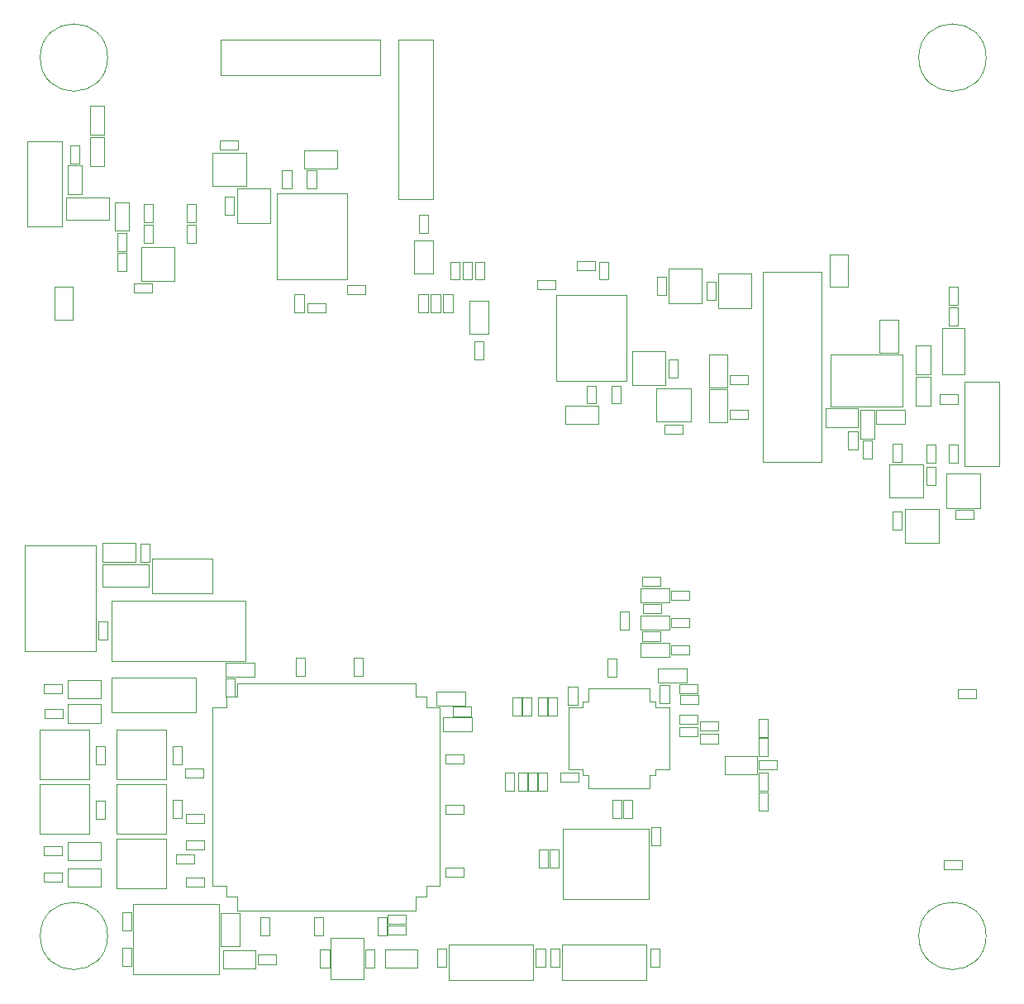
<source format=gbr>
G04 #@! TF.GenerationSoftware,KiCad,Pcbnew,(5.1.6)-1*
G04 #@! TF.CreationDate,2020-06-22T19:30:58+02:00*
G04 #@! TF.ProjectId,plc-sniffer,706c632d-736e-4696-9666-65722e6b6963,rev?*
G04 #@! TF.SameCoordinates,Original*
G04 #@! TF.FileFunction,Other,User*
%FSLAX46Y46*%
G04 Gerber Fmt 4.6, Leading zero omitted, Abs format (unit mm)*
G04 Created by KiCad (PCBNEW (5.1.6)-1) date 2020-06-22 19:30:58*
%MOMM*%
%LPD*%
G01*
G04 APERTURE LIST*
%ADD10C,0.050000*%
%ADD11C,0.120000*%
G04 APERTURE END LIST*
D10*
G04 #@! TO.C,C714*
X120532500Y-118430000D02*
X120532500Y-116970000D01*
X120532500Y-116970000D02*
X123492500Y-116970000D01*
X123492500Y-116970000D02*
X123492500Y-118430000D01*
X123492500Y-118430000D02*
X120532500Y-118430000D01*
G04 #@! TO.C,C712*
X145767500Y-122570000D02*
X145767500Y-124030000D01*
X145767500Y-124030000D02*
X142807500Y-124030000D01*
X142807500Y-124030000D02*
X142807500Y-122570000D01*
X142807500Y-122570000D02*
X145767500Y-122570000D01*
G04 #@! TO.C,C706*
X145092500Y-119970000D02*
X145092500Y-121430000D01*
X145092500Y-121430000D02*
X142132500Y-121430000D01*
X142132500Y-121430000D02*
X142132500Y-119970000D01*
X142132500Y-119970000D02*
X145092500Y-119970000D01*
G04 #@! TO.C,C802*
X187550000Y-81882500D02*
X189450000Y-81882500D01*
X189450000Y-81882500D02*
X189450000Y-85242500D01*
X189450000Y-85242500D02*
X187550000Y-85242500D01*
X187550000Y-85242500D02*
X187550000Y-81882500D01*
G04 #@! TO.C,C801*
X185342500Y-90950000D02*
X185342500Y-92850000D01*
X185342500Y-92850000D02*
X181982500Y-92850000D01*
X181982500Y-92850000D02*
X181982500Y-90950000D01*
X181982500Y-90950000D02*
X185342500Y-90950000D01*
G04 #@! TO.C,J601*
X120040000Y-56800000D02*
X136340000Y-56800000D01*
X136340000Y-56800000D02*
X136340000Y-53200000D01*
X136340000Y-53200000D02*
X120040000Y-53200000D01*
X120040000Y-53200000D02*
X120040000Y-56800000D01*
G04 #@! TO.C,J501*
X138200000Y-53200000D02*
X138200000Y-69500000D01*
X138200000Y-69500000D02*
X141800000Y-69500000D01*
X141800000Y-69500000D02*
X141800000Y-53200000D01*
X141800000Y-53200000D02*
X138200000Y-53200000D01*
D11*
G04 #@! TO.C,U802*
X175570000Y-76960000D02*
X175570000Y-96460000D01*
X175570000Y-96460000D02*
X181570000Y-96460000D01*
X181570000Y-96460000D02*
X181570000Y-76960000D01*
X181570000Y-76960000D02*
X175570000Y-76960000D01*
D10*
G04 #@! TO.C,U702*
X119187500Y-130750000D02*
X119187500Y-139900000D01*
X119187500Y-139900000D02*
X120587500Y-139900000D01*
X120587500Y-139900000D02*
X120587500Y-141000000D01*
X120587500Y-141000000D02*
X121687500Y-141000000D01*
X121687500Y-141000000D02*
X121687500Y-142400000D01*
X121687500Y-142400000D02*
X130837500Y-142400000D01*
X119187500Y-130750000D02*
X119187500Y-121600000D01*
X119187500Y-121600000D02*
X120587500Y-121600000D01*
X120587500Y-121600000D02*
X120587500Y-120500000D01*
X120587500Y-120500000D02*
X121687500Y-120500000D01*
X121687500Y-120500000D02*
X121687500Y-119100000D01*
X121687500Y-119100000D02*
X130837500Y-119100000D01*
X142487500Y-130750000D02*
X142487500Y-139900000D01*
X142487500Y-139900000D02*
X141087500Y-139900000D01*
X141087500Y-139900000D02*
X141087500Y-141000000D01*
X141087500Y-141000000D02*
X139987500Y-141000000D01*
X139987500Y-141000000D02*
X139987500Y-142400000D01*
X139987500Y-142400000D02*
X130837500Y-142400000D01*
X142487500Y-130750000D02*
X142487500Y-121600000D01*
X142487500Y-121600000D02*
X141087500Y-121600000D01*
X141087500Y-121600000D02*
X141087500Y-120500000D01*
X141087500Y-120500000D02*
X139987500Y-120500000D01*
X139987500Y-120500000D02*
X139987500Y-119100000D01*
X139987500Y-119100000D02*
X130837500Y-119100000D01*
G04 #@! TO.C,REF\u002A\u002A*
X198450000Y-55000000D02*
G75*
G03*
X198450000Y-55000000I-3450000J0D01*
G01*
X108450000Y-55000000D02*
G75*
G03*
X108450000Y-55000000I-3450000J0D01*
G01*
X108450000Y-145000000D02*
G75*
G03*
X108450000Y-145000000I-3450000J0D01*
G01*
X198450000Y-145000000D02*
G75*
G03*
X198450000Y-145000000I-3450000J0D01*
G01*
G04 #@! TO.C,R1028*
X195270000Y-102270000D02*
X195270000Y-101330000D01*
X195270000Y-101330000D02*
X197130000Y-101330000D01*
X197130000Y-101330000D02*
X197130000Y-102270000D01*
X197130000Y-102270000D02*
X195270000Y-102270000D01*
G04 #@! TO.C,R405*
X194630000Y-94655000D02*
X195570000Y-94655000D01*
X195570000Y-94655000D02*
X195570000Y-96515000D01*
X195570000Y-96515000D02*
X194630000Y-96515000D01*
X194630000Y-96515000D02*
X194630000Y-94655000D01*
G04 #@! TO.C,Q403*
X194400000Y-97650000D02*
X197800000Y-97650000D01*
X197800000Y-97650000D02*
X197800000Y-101150000D01*
X197800000Y-101150000D02*
X194400000Y-101150000D01*
X194400000Y-101150000D02*
X194400000Y-97650000D01*
G04 #@! TO.C,R707*
X120050000Y-142657500D02*
X121950000Y-142657500D01*
X121950000Y-142657500D02*
X121950000Y-146017500D01*
X121950000Y-146017500D02*
X120050000Y-146017500D01*
X120050000Y-146017500D02*
X120050000Y-142657500D01*
G04 #@! TO.C,R610*
X104900000Y-81875000D02*
X103000000Y-81875000D01*
X103000000Y-81875000D02*
X103000000Y-78515000D01*
X103000000Y-78515000D02*
X104900000Y-78515000D01*
X104900000Y-78515000D02*
X104900000Y-81875000D01*
G04 #@! TO.C,R510*
X182420000Y-75155001D02*
X184320000Y-75155001D01*
X184320000Y-75155001D02*
X184320000Y-78515001D01*
X184320000Y-78515001D02*
X182420000Y-78515001D01*
X182420000Y-78515001D02*
X182420000Y-75155001D01*
G04 #@! TO.C,Y701*
X131300000Y-149400000D02*
X134700000Y-149400000D01*
X134700000Y-149400000D02*
X134700000Y-145200000D01*
X134700000Y-145200000D02*
X131300000Y-145200000D01*
X131300000Y-145200000D02*
X131300000Y-149400000D01*
G04 #@! TO.C,U1002*
X155687500Y-124750000D02*
X155687500Y-127900000D01*
X155687500Y-127900000D02*
X157087500Y-127900000D01*
X157087500Y-127900000D02*
X157087500Y-128500000D01*
X157087500Y-128500000D02*
X157687500Y-128500000D01*
X157687500Y-128500000D02*
X157687500Y-129900000D01*
X157687500Y-129900000D02*
X160837500Y-129900000D01*
X155687500Y-124750000D02*
X155687500Y-121600000D01*
X155687500Y-121600000D02*
X157087500Y-121600000D01*
X157087500Y-121600000D02*
X157087500Y-121000000D01*
X157087500Y-121000000D02*
X157687500Y-121000000D01*
X157687500Y-121000000D02*
X157687500Y-119600000D01*
X157687500Y-119600000D02*
X160837500Y-119600000D01*
X165987500Y-124750000D02*
X165987500Y-127900000D01*
X165987500Y-127900000D02*
X164587500Y-127900000D01*
X164587500Y-127900000D02*
X164587500Y-128500000D01*
X164587500Y-128500000D02*
X163987500Y-128500000D01*
X163987500Y-128500000D02*
X163987500Y-129900000D01*
X163987500Y-129900000D02*
X160837500Y-129900000D01*
X165987500Y-124750000D02*
X165987500Y-121600000D01*
X165987500Y-121600000D02*
X164587500Y-121600000D01*
X164587500Y-121600000D02*
X164587500Y-121000000D01*
X164587500Y-121000000D02*
X163987500Y-121000000D01*
X163987500Y-121000000D02*
X163987500Y-119600000D01*
X163987500Y-119600000D02*
X160837500Y-119600000D01*
G04 #@! TO.C,U1001*
X155050000Y-141200000D02*
X163850000Y-141200000D01*
X155050000Y-134000000D02*
X155050000Y-141200000D01*
X163850000Y-134000000D02*
X155050000Y-134000000D01*
X163850000Y-141200000D02*
X163850000Y-134000000D01*
G04 #@! TO.C,U801*
X189925000Y-90795000D02*
X189925000Y-85395000D01*
X189925000Y-85395000D02*
X182525000Y-85395000D01*
X182525000Y-85395000D02*
X182525000Y-90795000D01*
X182525000Y-90795000D02*
X189925000Y-90795000D01*
G04 #@! TO.C,U701*
X119850000Y-141700000D02*
X111050000Y-141700000D01*
X119850000Y-148900000D02*
X119850000Y-141700000D01*
X111050000Y-148900000D02*
X119850000Y-148900000D01*
X111050000Y-141700000D02*
X111050000Y-148900000D01*
G04 #@! TO.C,U601*
X132950000Y-77700000D02*
X132950000Y-68900000D01*
X125750000Y-77700000D02*
X132950000Y-77700000D01*
X125750000Y-68900000D02*
X125750000Y-77700000D01*
X132950000Y-68900000D02*
X125750000Y-68900000D01*
G04 #@! TO.C,U501*
X154370000Y-79330001D02*
X154370000Y-88130001D01*
X161570000Y-79330001D02*
X154370000Y-79330001D01*
X161570000Y-88130001D02*
X161570000Y-79330001D01*
X154370000Y-88130001D02*
X161570000Y-88130001D01*
D11*
G04 #@! TO.C,SW705*
X106550000Y-134575000D02*
X106550000Y-129475000D01*
X101450000Y-134575000D02*
X106550000Y-134575000D01*
X101450000Y-129475000D02*
X101450000Y-134575000D01*
X106550000Y-129475000D02*
X101450000Y-129475000D01*
G04 #@! TO.C,SW704*
X106550000Y-128975000D02*
X106550000Y-123875000D01*
X101450000Y-128975000D02*
X106550000Y-128975000D01*
X101450000Y-123875000D02*
X101450000Y-128975000D01*
X106550000Y-123875000D02*
X101450000Y-123875000D01*
G04 #@! TO.C,SW703*
X114450000Y-128950000D02*
X114450000Y-123850000D01*
X109350000Y-128950000D02*
X114450000Y-128950000D01*
X109350000Y-123850000D02*
X109350000Y-128950000D01*
X114450000Y-123850000D02*
X109350000Y-123850000D01*
G04 #@! TO.C,SW702*
X114450000Y-134550000D02*
X114450000Y-129450000D01*
X109350000Y-134550000D02*
X114450000Y-134550000D01*
X109350000Y-129450000D02*
X109350000Y-134550000D01*
X114450000Y-129450000D02*
X109350000Y-129450000D01*
G04 #@! TO.C,SW701*
X109350000Y-135050000D02*
X109350000Y-140150000D01*
X114450000Y-135050000D02*
X109350000Y-135050000D01*
X114450000Y-140150000D02*
X114450000Y-135050000D01*
X109350000Y-140150000D02*
X114450000Y-140150000D01*
D10*
G04 #@! TO.C,R1027*
X165115000Y-113830000D02*
X165115000Y-114770000D01*
X165115000Y-114770000D02*
X163255000Y-114770000D01*
X163255000Y-114770000D02*
X163255000Y-113830000D01*
X163255000Y-113830000D02*
X165115000Y-113830000D01*
G04 #@! TO.C,R1026*
X165130000Y-111030000D02*
X165130000Y-111970000D01*
X165130000Y-111970000D02*
X163270000Y-111970000D01*
X163270000Y-111970000D02*
X163270000Y-111030000D01*
X163270000Y-111030000D02*
X165130000Y-111030000D01*
G04 #@! TO.C,R1025*
X165115000Y-108230000D02*
X165115000Y-109170000D01*
X165115000Y-109170000D02*
X163255000Y-109170000D01*
X163255000Y-109170000D02*
X163255000Y-108230000D01*
X163255000Y-108230000D02*
X165115000Y-108230000D01*
G04 #@! TO.C,R1024*
X168045000Y-115230000D02*
X168045000Y-116170000D01*
X168045000Y-116170000D02*
X166185000Y-116170000D01*
X166185000Y-116170000D02*
X166185000Y-115230000D01*
X166185000Y-115230000D02*
X168045000Y-115230000D01*
G04 #@! TO.C,R1023*
X168015000Y-112430000D02*
X168015000Y-113370000D01*
X168015000Y-113370000D02*
X166155000Y-113370000D01*
X166155000Y-113370000D02*
X166155000Y-112430000D01*
X166155000Y-112430000D02*
X168015000Y-112430000D01*
G04 #@! TO.C,R1022*
X168015000Y-109630000D02*
X168015000Y-110570000D01*
X168015000Y-110570000D02*
X166155000Y-110570000D01*
X166155000Y-110570000D02*
X166155000Y-109630000D01*
X166155000Y-109630000D02*
X168015000Y-109630000D01*
G04 #@! TO.C,R1021*
X162170000Y-132945000D02*
X161230000Y-132945000D01*
X161230000Y-132945000D02*
X161230000Y-131085000D01*
X161230000Y-131085000D02*
X162170000Y-131085000D01*
X162170000Y-131085000D02*
X162170000Y-132945000D01*
G04 #@! TO.C,R1020*
X195945000Y-137230000D02*
X195945000Y-138170000D01*
X195945000Y-138170000D02*
X194085000Y-138170000D01*
X194085000Y-138170000D02*
X194085000Y-137230000D01*
X194085000Y-137230000D02*
X195945000Y-137230000D01*
G04 #@! TO.C,R1019*
X197445000Y-119730000D02*
X197445000Y-120670000D01*
X197445000Y-120670000D02*
X195585000Y-120670000D01*
X195585000Y-120670000D02*
X195585000Y-119730000D01*
X195585000Y-119730000D02*
X197445000Y-119730000D01*
G04 #@! TO.C,R1018*
X160930000Y-111785000D02*
X161870000Y-111785000D01*
X161870000Y-111785000D02*
X161870000Y-113645000D01*
X161870000Y-113645000D02*
X160930000Y-113645000D01*
X160930000Y-113645000D02*
X160930000Y-111785000D01*
G04 #@! TO.C,R1017*
X152530000Y-120585000D02*
X153470000Y-120585000D01*
X153470000Y-120585000D02*
X153470000Y-122445000D01*
X153470000Y-122445000D02*
X152530000Y-122445000D01*
X152530000Y-122445000D02*
X152530000Y-120585000D01*
G04 #@! TO.C,R1016*
X167767500Y-117570000D02*
X167767500Y-119030000D01*
X167767500Y-119030000D02*
X164807500Y-119030000D01*
X164807500Y-119030000D02*
X164807500Y-117570000D01*
X164807500Y-117570000D02*
X167767500Y-117570000D01*
G04 #@! TO.C,R1015*
X176070000Y-132145000D02*
X175130000Y-132145000D01*
X175130000Y-132145000D02*
X175130000Y-130285000D01*
X175130000Y-130285000D02*
X176070000Y-130285000D01*
X176070000Y-130285000D02*
X176070000Y-132145000D01*
G04 #@! TO.C,R1014*
X176070000Y-126615000D02*
X175130000Y-126615000D01*
X175130000Y-126615000D02*
X175130000Y-124755000D01*
X175130000Y-124755000D02*
X176070000Y-124755000D01*
X176070000Y-124755000D02*
X176070000Y-126615000D01*
G04 #@! TO.C,R1013*
X165030000Y-119285000D02*
X165970000Y-119285000D01*
X165970000Y-119285000D02*
X165970000Y-121145000D01*
X165970000Y-121145000D02*
X165030000Y-121145000D01*
X165030000Y-121145000D02*
X165030000Y-119285000D01*
G04 #@! TO.C,R1012*
X171015000Y-123030000D02*
X171015000Y-123970000D01*
X171015000Y-123970000D02*
X169155000Y-123970000D01*
X169155000Y-123970000D02*
X169155000Y-123030000D01*
X169155000Y-123030000D02*
X171015000Y-123030000D01*
G04 #@! TO.C,R1011*
X168915000Y-123630000D02*
X168915000Y-124570000D01*
X168915000Y-124570000D02*
X167055000Y-124570000D01*
X167055000Y-124570000D02*
X167055000Y-123630000D01*
X167055000Y-123630000D02*
X168915000Y-123630000D01*
G04 #@! TO.C,R1010*
X175130000Y-128285000D02*
X176070000Y-128285000D01*
X176070000Y-128285000D02*
X176070000Y-130145000D01*
X176070000Y-130145000D02*
X175130000Y-130145000D01*
X175130000Y-130145000D02*
X175130000Y-128285000D01*
G04 #@! TO.C,R1009*
X175130000Y-122785000D02*
X176070000Y-122785000D01*
X176070000Y-122785000D02*
X176070000Y-124645000D01*
X176070000Y-124645000D02*
X175130000Y-124645000D01*
X175130000Y-124645000D02*
X175130000Y-122785000D01*
G04 #@! TO.C,R1008*
X149930000Y-120585000D02*
X150870000Y-120585000D01*
X150870000Y-120585000D02*
X150870000Y-122445000D01*
X150870000Y-122445000D02*
X149930000Y-122445000D01*
X149930000Y-122445000D02*
X149930000Y-120585000D01*
G04 #@! TO.C,R1007*
X153530000Y-120585000D02*
X154470000Y-120585000D01*
X154470000Y-120585000D02*
X154470000Y-122445000D01*
X154470000Y-122445000D02*
X153530000Y-122445000D01*
X153530000Y-122445000D02*
X153530000Y-120585000D01*
G04 #@! TO.C,R1006*
X150930000Y-120585000D02*
X151870000Y-120585000D01*
X151870000Y-120585000D02*
X151870000Y-122445000D01*
X151870000Y-122445000D02*
X150930000Y-122445000D01*
X150930000Y-122445000D02*
X150930000Y-120585000D01*
G04 #@! TO.C,R1005*
X152530000Y-128255000D02*
X153470000Y-128255000D01*
X153470000Y-128255000D02*
X153470000Y-130115000D01*
X153470000Y-130115000D02*
X152530000Y-130115000D01*
X152530000Y-130115000D02*
X152530000Y-128255000D01*
G04 #@! TO.C,R1004*
X151530000Y-128255000D02*
X152470000Y-128255000D01*
X152470000Y-128255000D02*
X152470000Y-130115000D01*
X152470000Y-130115000D02*
X151530000Y-130115000D01*
X151530000Y-130115000D02*
X151530000Y-128255000D01*
G04 #@! TO.C,R1003*
X150530000Y-128255000D02*
X151470000Y-128255000D01*
X151470000Y-128255000D02*
X151470000Y-130115000D01*
X151470000Y-130115000D02*
X150530000Y-130115000D01*
X150530000Y-130115000D02*
X150530000Y-128255000D01*
G04 #@! TO.C,R1002*
X149130000Y-128255000D02*
X150070000Y-128255000D01*
X150070000Y-128255000D02*
X150070000Y-130115000D01*
X150070000Y-130115000D02*
X149130000Y-130115000D01*
X149130000Y-130115000D02*
X149130000Y-128255000D01*
G04 #@! TO.C,R1001*
X160130000Y-131085000D02*
X161070000Y-131085000D01*
X161070000Y-131085000D02*
X161070000Y-132945000D01*
X161070000Y-132945000D02*
X160130000Y-132945000D01*
X160130000Y-132945000D02*
X160130000Y-131085000D01*
G04 #@! TO.C,R901*
X111830000Y-104785000D02*
X112770000Y-104785000D01*
X112770000Y-104785000D02*
X112770000Y-106645000D01*
X112770000Y-106645000D02*
X111830000Y-106645000D01*
X111830000Y-106645000D02*
X111830000Y-104785000D01*
G04 #@! TO.C,R813*
X174015000Y-87530000D02*
X174015000Y-88470000D01*
X174015000Y-88470000D02*
X172155000Y-88470000D01*
X172155000Y-88470000D02*
X172155000Y-87530000D01*
X172155000Y-87530000D02*
X174015000Y-87530000D01*
G04 #@! TO.C,R812*
X174045000Y-91130000D02*
X174045000Y-92070000D01*
X174045000Y-92070000D02*
X172185000Y-92070000D01*
X172185000Y-92070000D02*
X172185000Y-91130000D01*
X172185000Y-91130000D02*
X174045000Y-91130000D01*
G04 #@! TO.C,R811*
X194630000Y-78485000D02*
X195570000Y-78485000D01*
X195570000Y-78485000D02*
X195570000Y-80345000D01*
X195570000Y-80345000D02*
X194630000Y-80345000D01*
X194630000Y-80345000D02*
X194630000Y-78485000D01*
G04 #@! TO.C,R810*
X194630000Y-80585000D02*
X195570000Y-80585000D01*
X195570000Y-80585000D02*
X195570000Y-82445000D01*
X195570000Y-82445000D02*
X194630000Y-82445000D01*
X194630000Y-82445000D02*
X194630000Y-80585000D01*
G04 #@! TO.C,R809*
X193685000Y-90470000D02*
X193685000Y-89530000D01*
X193685000Y-89530000D02*
X195545000Y-89530000D01*
X195545000Y-89530000D02*
X195545000Y-90470000D01*
X195545000Y-90470000D02*
X193685000Y-90470000D01*
G04 #@! TO.C,R808*
X191270000Y-87732500D02*
X192730000Y-87732500D01*
X192730000Y-87732500D02*
X192730000Y-90692500D01*
X192730000Y-90692500D02*
X191270000Y-90692500D01*
X191270000Y-90692500D02*
X191270000Y-87732500D01*
G04 #@! TO.C,R807*
X187207500Y-92530000D02*
X187207500Y-91070000D01*
X187207500Y-91070000D02*
X190167500Y-91070000D01*
X190167500Y-91070000D02*
X190167500Y-92530000D01*
X190167500Y-92530000D02*
X187207500Y-92530000D01*
G04 #@! TO.C,R806*
X187030000Y-94067500D02*
X185570000Y-94067500D01*
X185570000Y-94067500D02*
X185570000Y-91107500D01*
X185570000Y-91107500D02*
X187030000Y-91107500D01*
X187030000Y-91107500D02*
X187030000Y-94067500D01*
G04 #@! TO.C,R805*
X191270000Y-84520000D02*
X192730000Y-84520000D01*
X192730000Y-84520000D02*
X192730000Y-87480000D01*
X192730000Y-87480000D02*
X191270000Y-87480000D01*
X191270000Y-87480000D02*
X191270000Y-84520000D01*
G04 #@! TO.C,R804*
X185270000Y-95145000D02*
X184330000Y-95145000D01*
X184330000Y-95145000D02*
X184330000Y-93285000D01*
X184330000Y-93285000D02*
X185270000Y-93285000D01*
X185270000Y-93285000D02*
X185270000Y-95145000D01*
G04 #@! TO.C,R803*
X185830000Y-94255000D02*
X186770000Y-94255000D01*
X186770000Y-94255000D02*
X186770000Y-96115000D01*
X186770000Y-96115000D02*
X185830000Y-96115000D01*
X185830000Y-96115000D02*
X185830000Y-94255000D01*
G04 #@! TO.C,R802*
X164730000Y-77470000D02*
X165670000Y-77470000D01*
X165670000Y-77470000D02*
X165670000Y-79330000D01*
X165670000Y-79330000D02*
X164730000Y-79330000D01*
X164730000Y-79330000D02*
X164730000Y-77470000D01*
G04 #@! TO.C,R801*
X170770000Y-79830000D02*
X169830000Y-79830000D01*
X169830000Y-79830000D02*
X169830000Y-77970000D01*
X169830000Y-77970000D02*
X170770000Y-77970000D01*
X170770000Y-77970000D02*
X170770000Y-79830000D01*
G04 #@! TO.C,R715*
X101955000Y-120170000D02*
X101955000Y-119230000D01*
X101955000Y-119230000D02*
X103815000Y-119230000D01*
X103815000Y-119230000D02*
X103815000Y-120170000D01*
X103815000Y-120170000D02*
X101955000Y-120170000D01*
G04 #@! TO.C,R714*
X101985000Y-122670000D02*
X101985000Y-121730000D01*
X101985000Y-121730000D02*
X103845000Y-121730000D01*
X103845000Y-121730000D02*
X103845000Y-122670000D01*
X103845000Y-122670000D02*
X101985000Y-122670000D01*
G04 #@! TO.C,R713*
X101885000Y-139470000D02*
X101885000Y-138530000D01*
X101885000Y-138530000D02*
X103745000Y-138530000D01*
X103745000Y-138530000D02*
X103745000Y-139470000D01*
X103745000Y-139470000D02*
X101885000Y-139470000D01*
G04 #@! TO.C,R712*
X101885000Y-136770000D02*
X101885000Y-135830000D01*
X101885000Y-135830000D02*
X103745000Y-135830000D01*
X103745000Y-135830000D02*
X103745000Y-136770000D01*
X103745000Y-136770000D02*
X101885000Y-136770000D01*
G04 #@! TO.C,R711*
X108170000Y-133030000D02*
X107230000Y-133030000D01*
X107230000Y-133030000D02*
X107230000Y-131170000D01*
X107230000Y-131170000D02*
X108170000Y-131170000D01*
X108170000Y-131170000D02*
X108170000Y-133030000D01*
G04 #@! TO.C,R710*
X108170000Y-127430000D02*
X107230000Y-127430000D01*
X107230000Y-127430000D02*
X107230000Y-125570000D01*
X107230000Y-125570000D02*
X108170000Y-125570000D01*
X108170000Y-125570000D02*
X108170000Y-127430000D01*
G04 #@! TO.C,R709*
X116070000Y-127415000D02*
X115130000Y-127415000D01*
X115130000Y-127415000D02*
X115130000Y-125555000D01*
X115130000Y-125555000D02*
X116070000Y-125555000D01*
X116070000Y-125555000D02*
X116070000Y-127415000D01*
G04 #@! TO.C,R708*
X116070000Y-132930000D02*
X115130000Y-132930000D01*
X115130000Y-132930000D02*
X115130000Y-131070000D01*
X115130000Y-131070000D02*
X116070000Y-131070000D01*
X116070000Y-131070000D02*
X116070000Y-132930000D01*
G04 #@! TO.C,R706*
X123855000Y-147870000D02*
X123855000Y-146930000D01*
X123855000Y-146930000D02*
X125715000Y-146930000D01*
X125715000Y-146930000D02*
X125715000Y-147870000D01*
X125715000Y-147870000D02*
X123855000Y-147870000D01*
G04 #@! TO.C,R705*
X118315000Y-135230000D02*
X118315000Y-136170000D01*
X118315000Y-136170000D02*
X116455000Y-136170000D01*
X116455000Y-136170000D02*
X116455000Y-135230000D01*
X116455000Y-135230000D02*
X118315000Y-135230000D01*
G04 #@! TO.C,R704*
X143170000Y-148145000D02*
X142230000Y-148145000D01*
X142230000Y-148145000D02*
X142230000Y-146285000D01*
X142230000Y-146285000D02*
X143170000Y-146285000D01*
X143170000Y-146285000D02*
X143170000Y-148145000D01*
G04 #@! TO.C,R703*
X153270000Y-148145000D02*
X152330000Y-148145000D01*
X152330000Y-148145000D02*
X152330000Y-146285000D01*
X152330000Y-146285000D02*
X153270000Y-146285000D01*
X153270000Y-146285000D02*
X153270000Y-148145000D01*
G04 #@! TO.C,R702*
X154770000Y-148145000D02*
X153830000Y-148145000D01*
X153830000Y-148145000D02*
X153830000Y-146285000D01*
X153830000Y-146285000D02*
X154770000Y-146285000D01*
X154770000Y-146285000D02*
X154770000Y-148145000D01*
G04 #@! TO.C,R701*
X164970000Y-148145000D02*
X164030000Y-148145000D01*
X164030000Y-148145000D02*
X164030000Y-146285000D01*
X164030000Y-146285000D02*
X164970000Y-146285000D01*
X164970000Y-146285000D02*
X164970000Y-148145000D01*
G04 #@! TO.C,R609*
X129820000Y-68425000D02*
X128880000Y-68425000D01*
X128880000Y-68425000D02*
X128880000Y-66565000D01*
X128880000Y-66565000D02*
X129820000Y-66565000D01*
X129820000Y-66565000D02*
X129820000Y-68425000D01*
G04 #@! TO.C,R608*
X128550000Y-81125000D02*
X127610000Y-81125000D01*
X127610000Y-81125000D02*
X127610000Y-79265000D01*
X127610000Y-79265000D02*
X128550000Y-79265000D01*
X128550000Y-79265000D02*
X128550000Y-81125000D01*
G04 #@! TO.C,R607*
X121830000Y-63480000D02*
X121830000Y-64420000D01*
X121830000Y-64420000D02*
X119970000Y-64420000D01*
X119970000Y-64420000D02*
X119970000Y-63480000D01*
X119970000Y-63480000D02*
X121830000Y-63480000D01*
G04 #@! TO.C,R606*
X121370000Y-71130000D02*
X120430000Y-71130000D01*
X120430000Y-71130000D02*
X120430000Y-69270000D01*
X120430000Y-69270000D02*
X121370000Y-69270000D01*
X121370000Y-69270000D02*
X121370000Y-71130000D01*
G04 #@! TO.C,R605*
X133015000Y-79245000D02*
X133015000Y-78305000D01*
X133015000Y-78305000D02*
X134875000Y-78305000D01*
X134875000Y-78305000D02*
X134875000Y-79245000D01*
X134875000Y-79245000D02*
X133015000Y-79245000D01*
G04 #@! TO.C,R604*
X141250000Y-81125000D02*
X140310000Y-81125000D01*
X140310000Y-81125000D02*
X140310000Y-79265000D01*
X140310000Y-79265000D02*
X141250000Y-79265000D01*
X141250000Y-79265000D02*
X141250000Y-81125000D01*
G04 #@! TO.C,R603*
X142520000Y-81125000D02*
X141580000Y-81125000D01*
X141580000Y-81125000D02*
X141580000Y-79265000D01*
X141580000Y-79265000D02*
X142520000Y-79265000D01*
X142520000Y-79265000D02*
X142520000Y-81125000D01*
G04 #@! TO.C,R602*
X146025000Y-84045000D02*
X146965000Y-84045000D01*
X146965000Y-84045000D02*
X146965000Y-85905000D01*
X146965000Y-85905000D02*
X146025000Y-85905000D01*
X146025000Y-85905000D02*
X146025000Y-84045000D01*
G04 #@! TO.C,R601*
X142850000Y-79265000D02*
X143790000Y-79265000D01*
X143790000Y-79265000D02*
X143790000Y-81125000D01*
X143790000Y-81125000D02*
X142850000Y-81125000D01*
X142850000Y-81125000D02*
X142850000Y-79265000D01*
G04 #@! TO.C,R509*
X157500000Y-88605001D02*
X158440000Y-88605001D01*
X158440000Y-88605001D02*
X158440000Y-90465001D01*
X158440000Y-90465001D02*
X157500000Y-90465001D01*
X157500000Y-90465001D02*
X157500000Y-88605001D01*
G04 #@! TO.C,R508*
X158770000Y-75905001D02*
X159710000Y-75905001D01*
X159710000Y-75905001D02*
X159710000Y-77765001D01*
X159710000Y-77765001D02*
X158770000Y-77765001D01*
X158770000Y-77765001D02*
X158770000Y-75905001D01*
G04 #@! TO.C,R507*
X165490000Y-93550001D02*
X165490000Y-92610001D01*
X165490000Y-92610001D02*
X167350000Y-92610001D01*
X167350000Y-92610001D02*
X167350000Y-93550001D01*
X167350000Y-93550001D02*
X165490000Y-93550001D01*
G04 #@! TO.C,R506*
X165950000Y-85900001D02*
X166890000Y-85900001D01*
X166890000Y-85900001D02*
X166890000Y-87760001D01*
X166890000Y-87760001D02*
X165950000Y-87760001D01*
X165950000Y-87760001D02*
X165950000Y-85900001D01*
G04 #@! TO.C,R505*
X154305000Y-77785001D02*
X154305000Y-78725001D01*
X154305000Y-78725001D02*
X152445000Y-78725001D01*
X152445000Y-78725001D02*
X152445000Y-77785001D01*
X152445000Y-77785001D02*
X154305000Y-77785001D01*
G04 #@! TO.C,R504*
X146070000Y-75905001D02*
X147010000Y-75905001D01*
X147010000Y-75905001D02*
X147010000Y-77765001D01*
X147010000Y-77765001D02*
X146070000Y-77765001D01*
X146070000Y-77765001D02*
X146070000Y-75905001D01*
G04 #@! TO.C,R503*
X144800000Y-75905001D02*
X145740000Y-75905001D01*
X145740000Y-75905001D02*
X145740000Y-77765001D01*
X145740000Y-77765001D02*
X144800000Y-77765001D01*
X144800000Y-77765001D02*
X144800000Y-75905001D01*
G04 #@! TO.C,R502*
X141295000Y-72985001D02*
X140355000Y-72985001D01*
X140355000Y-72985001D02*
X140355000Y-71125001D01*
X140355000Y-71125001D02*
X141295000Y-71125001D01*
X141295000Y-71125001D02*
X141295000Y-72985001D01*
G04 #@! TO.C,R501*
X144470000Y-77765001D02*
X143530000Y-77765001D01*
X143530000Y-77765001D02*
X143530000Y-75905001D01*
X143530000Y-75905001D02*
X144470000Y-75905001D01*
X144470000Y-75905001D02*
X144470000Y-77765001D01*
G04 #@! TO.C,R404*
X192330000Y-96955000D02*
X193270000Y-96955000D01*
X193270000Y-96955000D02*
X193270000Y-98815000D01*
X193270000Y-98815000D02*
X192330000Y-98815000D01*
X192330000Y-98815000D02*
X192330000Y-96955000D01*
G04 #@! TO.C,R403*
X192330000Y-94670000D02*
X193270000Y-94670000D01*
X193270000Y-94670000D02*
X193270000Y-96530000D01*
X193270000Y-96530000D02*
X192330000Y-96530000D01*
X192330000Y-96530000D02*
X192330000Y-94670000D01*
G04 #@! TO.C,R402*
X188830000Y-101555000D02*
X189770000Y-101555000D01*
X189770000Y-101555000D02*
X189770000Y-103415000D01*
X189770000Y-103415000D02*
X188830000Y-103415000D01*
X188830000Y-103415000D02*
X188830000Y-101555000D01*
G04 #@! TO.C,R401*
X189770000Y-96445000D02*
X188830000Y-96445000D01*
X188830000Y-96445000D02*
X188830000Y-94585000D01*
X188830000Y-94585000D02*
X189770000Y-94585000D01*
X189770000Y-94585000D02*
X189770000Y-96445000D01*
G04 #@! TO.C,R304*
X108130000Y-62880000D02*
X106670000Y-62880000D01*
X106670000Y-62880000D02*
X106670000Y-59920000D01*
X106670000Y-59920000D02*
X108130000Y-59920000D01*
X108130000Y-59920000D02*
X108130000Y-62880000D01*
G04 #@! TO.C,R303*
X108130000Y-66092500D02*
X106670000Y-66092500D01*
X106670000Y-66092500D02*
X106670000Y-63132500D01*
X106670000Y-63132500D02*
X108130000Y-63132500D01*
X108130000Y-63132500D02*
X108130000Y-66092500D01*
G04 #@! TO.C,R302*
X105830000Y-68980000D02*
X104370000Y-68980000D01*
X104370000Y-68980000D02*
X104370000Y-66020000D01*
X104370000Y-66020000D02*
X105830000Y-66020000D01*
X105830000Y-66020000D02*
X105830000Y-68980000D01*
G04 #@! TO.C,R301*
X105570000Y-65845000D02*
X104630000Y-65845000D01*
X104630000Y-65845000D02*
X104630000Y-63985000D01*
X104630000Y-63985000D02*
X105570000Y-63985000D01*
X105570000Y-63985000D02*
X105570000Y-65845000D01*
G04 #@! TO.C,R208*
X113070000Y-74030000D02*
X112130000Y-74030000D01*
X112130000Y-74030000D02*
X112130000Y-72170000D01*
X112130000Y-72170000D02*
X113070000Y-72170000D01*
X113070000Y-72170000D02*
X113070000Y-74030000D01*
G04 #@! TO.C,R207*
X110370000Y-74815000D02*
X109430000Y-74815000D01*
X109430000Y-74815000D02*
X109430000Y-72955000D01*
X109430000Y-72955000D02*
X110370000Y-72955000D01*
X110370000Y-72955000D02*
X110370000Y-74815000D01*
G04 #@! TO.C,R206*
X110355000Y-76915000D02*
X109415000Y-76915000D01*
X109415000Y-76915000D02*
X109415000Y-75055000D01*
X109415000Y-75055000D02*
X110355000Y-75055000D01*
X110355000Y-75055000D02*
X110355000Y-76915000D01*
G04 #@! TO.C,R205*
X117470000Y-74015000D02*
X116530000Y-74015000D01*
X116530000Y-74015000D02*
X116530000Y-72155000D01*
X116530000Y-72155000D02*
X117470000Y-72155000D01*
X117470000Y-72155000D02*
X117470000Y-74015000D01*
G04 #@! TO.C,R204*
X117470000Y-71915000D02*
X116530000Y-71915000D01*
X116530000Y-71915000D02*
X116530000Y-70055000D01*
X116530000Y-70055000D02*
X117470000Y-70055000D01*
X117470000Y-70055000D02*
X117470000Y-71915000D01*
G04 #@! TO.C,R203*
X113070000Y-71915000D02*
X112130000Y-71915000D01*
X112130000Y-71915000D02*
X112130000Y-70055000D01*
X112130000Y-70055000D02*
X113070000Y-70055000D01*
X113070000Y-70055000D02*
X113070000Y-71915000D01*
G04 #@! TO.C,R202*
X111185000Y-79070000D02*
X111185000Y-78130000D01*
X111185000Y-78130000D02*
X113045000Y-78130000D01*
X113045000Y-78130000D02*
X113045000Y-79070000D01*
X113045000Y-79070000D02*
X111185000Y-79070000D01*
G04 #@! TO.C,R201*
X110630000Y-72767500D02*
X109170000Y-72767500D01*
X109170000Y-72767500D02*
X109170000Y-69807500D01*
X109170000Y-69807500D02*
X110630000Y-69807500D01*
X110630000Y-69807500D02*
X110630000Y-72767500D01*
G04 #@! TO.C,Q802*
X171000000Y-77150000D02*
X174400000Y-77150000D01*
X174400000Y-77150000D02*
X174400000Y-80650000D01*
X174400000Y-80650000D02*
X171000000Y-80650000D01*
X171000000Y-80650000D02*
X171000000Y-77150000D01*
G04 #@! TO.C,Q801*
X165900000Y-76650000D02*
X169300000Y-76650000D01*
X169300000Y-76650000D02*
X169300000Y-80150000D01*
X169300000Y-80150000D02*
X165900000Y-80150000D01*
X165900000Y-80150000D02*
X165900000Y-76650000D01*
G04 #@! TO.C,Q602*
X121700000Y-68450000D02*
X125100000Y-68450000D01*
X125100000Y-68450000D02*
X125100000Y-71950000D01*
X125100000Y-71950000D02*
X121700000Y-71950000D01*
X121700000Y-71950000D02*
X121700000Y-68450000D01*
G04 #@! TO.C,Q601*
X122650000Y-64750000D02*
X122650000Y-68150000D01*
X122650000Y-68150000D02*
X119150000Y-68150000D01*
X119150000Y-68150000D02*
X119150000Y-64750000D01*
X119150000Y-64750000D02*
X122650000Y-64750000D01*
G04 #@! TO.C,Q502*
X165620000Y-88580001D02*
X162220000Y-88580001D01*
X162220000Y-88580001D02*
X162220000Y-85080001D01*
X162220000Y-85080001D02*
X165620000Y-85080001D01*
X165620000Y-85080001D02*
X165620000Y-88580001D01*
G04 #@! TO.C,Q501*
X164670000Y-92280001D02*
X164670000Y-88880001D01*
X164670000Y-88880001D02*
X168170000Y-88880001D01*
X168170000Y-88880001D02*
X168170000Y-92280001D01*
X168170000Y-92280001D02*
X164670000Y-92280001D01*
G04 #@! TO.C,Q402*
X193600000Y-101300000D02*
X193600000Y-104700000D01*
X193600000Y-104700000D02*
X190100000Y-104700000D01*
X190100000Y-104700000D02*
X190100000Y-101300000D01*
X190100000Y-101300000D02*
X193600000Y-101300000D01*
G04 #@! TO.C,Q401*
X192000000Y-96700000D02*
X192000000Y-100100000D01*
X192000000Y-100100000D02*
X188500000Y-100100000D01*
X188500000Y-100100000D02*
X188500000Y-96700000D01*
X188500000Y-96700000D02*
X192000000Y-96700000D01*
G04 #@! TO.C,Q201*
X111900000Y-74400000D02*
X115300000Y-74400000D01*
X115300000Y-74400000D02*
X115300000Y-77900000D01*
X115300000Y-77900000D02*
X111900000Y-77900000D01*
X111900000Y-77900000D02*
X111900000Y-74400000D01*
G04 #@! TO.C,J902*
X113000000Y-109900000D02*
X119150000Y-109900000D01*
X119150000Y-109900000D02*
X119150000Y-106300000D01*
X119150000Y-106300000D02*
X113000000Y-106300000D01*
X113000000Y-106300000D02*
X113000000Y-109900000D01*
G04 #@! TO.C,J901*
X107250000Y-105000000D02*
X99950000Y-105000000D01*
X99950000Y-105000000D02*
X99950000Y-115800000D01*
X99950000Y-115800000D02*
X107250000Y-115800000D01*
X107250000Y-115800000D02*
X107250000Y-105000000D01*
G04 #@! TO.C,J703*
X122600000Y-110700000D02*
X108850000Y-110700000D01*
X108850000Y-110700000D02*
X108850000Y-116850000D01*
X108850000Y-116850000D02*
X122600000Y-116850000D01*
X122600000Y-116850000D02*
X122600000Y-110700000D01*
G04 #@! TO.C,J702*
X143360000Y-149500000D02*
X152010000Y-149500000D01*
X152010000Y-149500000D02*
X152010000Y-145900000D01*
X152010000Y-145900000D02*
X143360000Y-145900000D01*
X143360000Y-145900000D02*
X143360000Y-149500000D01*
G04 #@! TO.C,J701*
X155000000Y-149500000D02*
X163650000Y-149500000D01*
X163650000Y-149500000D02*
X163650000Y-145900000D01*
X163650000Y-145900000D02*
X155000000Y-145900000D01*
X155000000Y-145900000D02*
X155000000Y-149500000D01*
G04 #@! TO.C,J103*
X196200000Y-88200000D02*
X196200000Y-96850000D01*
X196200000Y-96850000D02*
X199800000Y-96850000D01*
X199800000Y-96850000D02*
X199800000Y-88200000D01*
X199800000Y-88200000D02*
X196200000Y-88200000D01*
G04 #@! TO.C,J102*
X117480000Y-118500000D02*
X108830000Y-118500000D01*
X108830000Y-118500000D02*
X108830000Y-122100000D01*
X108830000Y-122100000D02*
X117480000Y-122100000D01*
X117480000Y-122100000D02*
X117480000Y-118500000D01*
G04 #@! TO.C,J101*
X100200000Y-63620000D02*
X100200000Y-72270000D01*
X100200000Y-72270000D02*
X103800000Y-72270000D01*
X103800000Y-72270000D02*
X103800000Y-63620000D01*
X103800000Y-63620000D02*
X100200000Y-63620000D01*
G04 #@! TO.C,FB1001*
X171657500Y-128450000D02*
X171657500Y-126550000D01*
X171657500Y-126550000D02*
X175017500Y-126550000D01*
X175017500Y-126550000D02*
X175017500Y-128450000D01*
X175017500Y-128450000D02*
X171657500Y-128450000D01*
G04 #@! TO.C,FB701*
X136857500Y-148250000D02*
X136857500Y-146350000D01*
X136857500Y-146350000D02*
X140217500Y-146350000D01*
X140217500Y-146350000D02*
X140217500Y-148250000D01*
X140217500Y-148250000D02*
X136857500Y-148250000D01*
G04 #@! TO.C,D1003*
X163020000Y-116430000D02*
X163020000Y-114970000D01*
X163020000Y-114970000D02*
X165980000Y-114970000D01*
X165980000Y-114970000D02*
X165980000Y-116430000D01*
X165980000Y-116430000D02*
X163020000Y-116430000D01*
G04 #@! TO.C,D1002*
X163007500Y-113630000D02*
X163007500Y-112170000D01*
X163007500Y-112170000D02*
X165967500Y-112170000D01*
X165967500Y-112170000D02*
X165967500Y-113630000D01*
X165967500Y-113630000D02*
X163007500Y-113630000D01*
G04 #@! TO.C,D1001*
X163007500Y-110830000D02*
X163007500Y-109370000D01*
X163007500Y-109370000D02*
X165967500Y-109370000D01*
X165967500Y-109370000D02*
X165967500Y-110830000D01*
X165967500Y-110830000D02*
X163007500Y-110830000D01*
G04 #@! TO.C,D902*
X107950000Y-106950000D02*
X112650000Y-106950000D01*
X112650000Y-106950000D02*
X112650000Y-109250000D01*
X112650000Y-109250000D02*
X107950000Y-109250000D01*
X107950000Y-106950000D02*
X107950000Y-109250000D01*
G04 #@! TO.C,D901*
X107957500Y-106650000D02*
X107957500Y-104750000D01*
X107957500Y-104750000D02*
X111317500Y-104750000D01*
X111317500Y-104750000D02*
X111317500Y-106650000D01*
X111317500Y-106650000D02*
X107957500Y-106650000D01*
G04 #@! TO.C,D803*
X170050000Y-85420000D02*
X171950000Y-85420000D01*
X171950000Y-85420000D02*
X171950000Y-88780000D01*
X171950000Y-88780000D02*
X170050000Y-88780000D01*
X170050000Y-88780000D02*
X170050000Y-85420000D01*
G04 #@! TO.C,D802*
X170050000Y-88982500D02*
X171950000Y-88982500D01*
X171950000Y-88982500D02*
X171950000Y-92342500D01*
X171950000Y-92342500D02*
X170050000Y-92342500D01*
X170050000Y-92342500D02*
X170050000Y-88982500D01*
G04 #@! TO.C,D801*
X196250000Y-82750000D02*
X196250000Y-87450000D01*
X196250000Y-87450000D02*
X193950000Y-87450000D01*
X193950000Y-87450000D02*
X193950000Y-82750000D01*
X196250000Y-82750000D02*
X193950000Y-82750000D01*
G04 #@! TO.C,D705*
X104382500Y-120650000D02*
X104382500Y-118750000D01*
X104382500Y-118750000D02*
X107742500Y-118750000D01*
X107742500Y-118750000D02*
X107742500Y-120650000D01*
X107742500Y-120650000D02*
X104382500Y-120650000D01*
G04 #@! TO.C,D704*
X104382500Y-123150000D02*
X104382500Y-121250000D01*
X104382500Y-121250000D02*
X107742500Y-121250000D01*
X107742500Y-121250000D02*
X107742500Y-123150000D01*
X107742500Y-123150000D02*
X104382500Y-123150000D01*
G04 #@! TO.C,D703*
X104382500Y-139950000D02*
X104382500Y-138050000D01*
X104382500Y-138050000D02*
X107742500Y-138050000D01*
X107742500Y-138050000D02*
X107742500Y-139950000D01*
X107742500Y-139950000D02*
X104382500Y-139950000D01*
G04 #@! TO.C,D702*
X104382500Y-137250000D02*
X104382500Y-135350000D01*
X104382500Y-135350000D02*
X107742500Y-135350000D01*
X107742500Y-135350000D02*
X107742500Y-137250000D01*
X107742500Y-137250000D02*
X104382500Y-137250000D01*
G04 #@! TO.C,D701*
X123617500Y-146450000D02*
X123617500Y-148350000D01*
X123617500Y-148350000D02*
X120257500Y-148350000D01*
X120257500Y-148350000D02*
X120257500Y-146450000D01*
X120257500Y-146450000D02*
X123617500Y-146450000D01*
G04 #@! TO.C,D602*
X131967500Y-64490000D02*
X131967500Y-66390000D01*
X131967500Y-66390000D02*
X128607500Y-66390000D01*
X128607500Y-66390000D02*
X128607500Y-64490000D01*
X128607500Y-64490000D02*
X131967500Y-64490000D01*
G04 #@! TO.C,D601*
X147445000Y-83297500D02*
X145545000Y-83297500D01*
X145545000Y-83297500D02*
X145545000Y-79937500D01*
X145545000Y-79937500D02*
X147445000Y-79937500D01*
X147445000Y-79937500D02*
X147445000Y-83297500D01*
G04 #@! TO.C,D502*
X155352500Y-92540001D02*
X155352500Y-90640001D01*
X155352500Y-90640001D02*
X158712500Y-90640001D01*
X158712500Y-90640001D02*
X158712500Y-92540001D01*
X158712500Y-92540001D02*
X155352500Y-92540001D01*
G04 #@! TO.C,D501*
X139875000Y-73732501D02*
X141775000Y-73732501D01*
X141775000Y-73732501D02*
X141775000Y-77092501D01*
X141775000Y-77092501D02*
X139875000Y-77092501D01*
X139875000Y-77092501D02*
X139875000Y-73732501D01*
G04 #@! TO.C,D201*
X108600000Y-71650000D02*
X104200000Y-71650000D01*
X104200000Y-71650000D02*
X104200000Y-69350000D01*
X104200000Y-69350000D02*
X108600000Y-69350000D01*
X108600000Y-71650000D02*
X108600000Y-69350000D01*
G04 #@! TO.C,C1011*
X167055000Y-120170000D02*
X167055000Y-119230000D01*
X167055000Y-119230000D02*
X168915000Y-119230000D01*
X168915000Y-119230000D02*
X168915000Y-120170000D01*
X168915000Y-120170000D02*
X167055000Y-120170000D01*
G04 #@! TO.C,C1010*
X167070000Y-121270000D02*
X167070000Y-120330000D01*
X167070000Y-120330000D02*
X168930000Y-120330000D01*
X168930000Y-120330000D02*
X168930000Y-121270000D01*
X168930000Y-121270000D02*
X167070000Y-121270000D01*
G04 #@! TO.C,C1009*
X177015000Y-127030000D02*
X177015000Y-127970000D01*
X177015000Y-127970000D02*
X175155000Y-127970000D01*
X175155000Y-127970000D02*
X175155000Y-127030000D01*
X175155000Y-127030000D02*
X177015000Y-127030000D01*
G04 #@! TO.C,C1008*
X169155000Y-125270000D02*
X169155000Y-124330000D01*
X169155000Y-124330000D02*
X171015000Y-124330000D01*
X171015000Y-124330000D02*
X171015000Y-125270000D01*
X171015000Y-125270000D02*
X169155000Y-125270000D01*
G04 #@! TO.C,C1007*
X156570000Y-121345000D02*
X155630000Y-121345000D01*
X155630000Y-121345000D02*
X155630000Y-119485000D01*
X155630000Y-119485000D02*
X156570000Y-119485000D01*
X156570000Y-119485000D02*
X156570000Y-121345000D01*
G04 #@! TO.C,C1006*
X153570000Y-138045000D02*
X152630000Y-138045000D01*
X152630000Y-138045000D02*
X152630000Y-136185000D01*
X152630000Y-136185000D02*
X153570000Y-136185000D01*
X153570000Y-136185000D02*
X153570000Y-138045000D01*
G04 #@! TO.C,C1005*
X154670000Y-138045000D02*
X153730000Y-138045000D01*
X153730000Y-138045000D02*
X153730000Y-136185000D01*
X153730000Y-136185000D02*
X154670000Y-136185000D01*
X154670000Y-136185000D02*
X154670000Y-138045000D01*
G04 #@! TO.C,C1004*
X160570000Y-118445000D02*
X159630000Y-118445000D01*
X159630000Y-118445000D02*
X159630000Y-116585000D01*
X159630000Y-116585000D02*
X160570000Y-116585000D01*
X160570000Y-116585000D02*
X160570000Y-118445000D01*
G04 #@! TO.C,C1003*
X156730000Y-128230000D02*
X156730000Y-129170000D01*
X156730000Y-129170000D02*
X154870000Y-129170000D01*
X154870000Y-129170000D02*
X154870000Y-128230000D01*
X154870000Y-128230000D02*
X156730000Y-128230000D01*
G04 #@! TO.C,C1002*
X165070000Y-135745000D02*
X164130000Y-135745000D01*
X164130000Y-135745000D02*
X164130000Y-133885000D01*
X164130000Y-133885000D02*
X165070000Y-133885000D01*
X165070000Y-133885000D02*
X165070000Y-135745000D01*
G04 #@! TO.C,C1001*
X167055000Y-123270000D02*
X167055000Y-122330000D01*
X167055000Y-122330000D02*
X168915000Y-122330000D01*
X168915000Y-122330000D02*
X168915000Y-123270000D01*
X168915000Y-123270000D02*
X167055000Y-123270000D01*
G04 #@! TO.C,C901*
X107530000Y-112770000D02*
X108470000Y-112770000D01*
X108470000Y-112770000D02*
X108470000Y-114630000D01*
X108470000Y-114630000D02*
X107530000Y-114630000D01*
X107530000Y-114630000D02*
X107530000Y-112770000D01*
G04 #@! TO.C,C723*
X124130000Y-143070000D02*
X125070000Y-143070000D01*
X125070000Y-143070000D02*
X125070000Y-144930000D01*
X125070000Y-144930000D02*
X124130000Y-144930000D01*
X124130000Y-144930000D02*
X124130000Y-143070000D01*
G04 #@! TO.C,C722*
X118330000Y-139030000D02*
X118330000Y-139970000D01*
X118330000Y-139970000D02*
X116470000Y-139970000D01*
X116470000Y-139970000D02*
X116470000Y-139030000D01*
X116470000Y-139030000D02*
X118330000Y-139030000D01*
G04 #@! TO.C,C721*
X118330000Y-132530000D02*
X118330000Y-133470000D01*
X118330000Y-133470000D02*
X116470000Y-133470000D01*
X116470000Y-133470000D02*
X116470000Y-132530000D01*
X116470000Y-132530000D02*
X118330000Y-132530000D01*
G04 #@! TO.C,C720*
X118230000Y-127830000D02*
X118230000Y-128770000D01*
X118230000Y-128770000D02*
X116370000Y-128770000D01*
X116370000Y-128770000D02*
X116370000Y-127830000D01*
X116370000Y-127830000D02*
X118230000Y-127830000D01*
G04 #@! TO.C,C719*
X129630000Y-143070000D02*
X130570000Y-143070000D01*
X130570000Y-143070000D02*
X130570000Y-144930000D01*
X130570000Y-144930000D02*
X129630000Y-144930000D01*
X129630000Y-144930000D02*
X129630000Y-143070000D01*
G04 #@! TO.C,C718*
X135770000Y-148230000D02*
X134830000Y-148230000D01*
X134830000Y-148230000D02*
X134830000Y-146370000D01*
X134830000Y-146370000D02*
X135770000Y-146370000D01*
X135770000Y-146370000D02*
X135770000Y-148230000D01*
G04 #@! TO.C,C717*
X121470000Y-120445000D02*
X120530000Y-120445000D01*
X120530000Y-120445000D02*
X120530000Y-118585000D01*
X120530000Y-118585000D02*
X121470000Y-118585000D01*
X121470000Y-118585000D02*
X121470000Y-120445000D01*
G04 #@! TO.C,C716*
X130230000Y-146370000D02*
X131170000Y-146370000D01*
X131170000Y-146370000D02*
X131170000Y-148230000D01*
X131170000Y-148230000D02*
X130230000Y-148230000D01*
X130230000Y-148230000D02*
X130230000Y-146370000D01*
G04 #@! TO.C,C715*
X136130000Y-143070000D02*
X137070000Y-143070000D01*
X137070000Y-143070000D02*
X137070000Y-144930000D01*
X137070000Y-144930000D02*
X136130000Y-144930000D01*
X136130000Y-144930000D02*
X136130000Y-143070000D01*
G04 #@! TO.C,C713*
X134570000Y-118330000D02*
X133630000Y-118330000D01*
X133630000Y-118330000D02*
X133630000Y-116470000D01*
X133630000Y-116470000D02*
X134570000Y-116470000D01*
X134570000Y-116470000D02*
X134570000Y-118330000D01*
G04 #@! TO.C,C711*
X143070000Y-138970000D02*
X143070000Y-138030000D01*
X143070000Y-138030000D02*
X144930000Y-138030000D01*
X144930000Y-138030000D02*
X144930000Y-138970000D01*
X144930000Y-138970000D02*
X143070000Y-138970000D01*
G04 #@! TO.C,C710*
X143070000Y-132470000D02*
X143070000Y-131530000D01*
X143070000Y-131530000D02*
X144930000Y-131530000D01*
X144930000Y-131530000D02*
X144930000Y-132470000D01*
X144930000Y-132470000D02*
X143070000Y-132470000D01*
G04 #@! TO.C,C709*
X143070000Y-127370000D02*
X143070000Y-126430000D01*
X143070000Y-126430000D02*
X144930000Y-126430000D01*
X144930000Y-126430000D02*
X144930000Y-127370000D01*
X144930000Y-127370000D02*
X143070000Y-127370000D01*
G04 #@! TO.C,C708*
X128670000Y-118330000D02*
X127730000Y-118330000D01*
X127730000Y-118330000D02*
X127730000Y-116470000D01*
X127730000Y-116470000D02*
X128670000Y-116470000D01*
X128670000Y-116470000D02*
X128670000Y-118330000D01*
G04 #@! TO.C,C707*
X143855000Y-122470000D02*
X143855000Y-121530000D01*
X143855000Y-121530000D02*
X145715000Y-121530000D01*
X145715000Y-121530000D02*
X145715000Y-122470000D01*
X145715000Y-122470000D02*
X143855000Y-122470000D01*
G04 #@! TO.C,C705*
X110870000Y-144415000D02*
X109930000Y-144415000D01*
X109930000Y-144415000D02*
X109930000Y-142555000D01*
X109930000Y-142555000D02*
X110870000Y-142555000D01*
X110870000Y-142555000D02*
X110870000Y-144415000D01*
G04 #@! TO.C,C704*
X137155000Y-144870000D02*
X137155000Y-143930000D01*
X137155000Y-143930000D02*
X139015000Y-143930000D01*
X139015000Y-143930000D02*
X139015000Y-144870000D01*
X139015000Y-144870000D02*
X137155000Y-144870000D01*
G04 #@! TO.C,C703*
X137155000Y-143770000D02*
X137155000Y-142830000D01*
X137155000Y-142830000D02*
X139015000Y-142830000D01*
X139015000Y-142830000D02*
X139015000Y-143770000D01*
X139015000Y-143770000D02*
X137155000Y-143770000D01*
G04 #@! TO.C,C702*
X117330000Y-136630000D02*
X117330000Y-137570000D01*
X117330000Y-137570000D02*
X115470000Y-137570000D01*
X115470000Y-137570000D02*
X115470000Y-136630000D01*
X115470000Y-136630000D02*
X117330000Y-136630000D01*
G04 #@! TO.C,C701*
X110870000Y-148045000D02*
X109930000Y-148045000D01*
X109930000Y-148045000D02*
X109930000Y-146185000D01*
X109930000Y-146185000D02*
X110870000Y-146185000D01*
X110870000Y-146185000D02*
X110870000Y-148045000D01*
G04 #@! TO.C,C602*
X128905000Y-81150000D02*
X128905000Y-80210000D01*
X128905000Y-80210000D02*
X130765000Y-80210000D01*
X130765000Y-80210000D02*
X130765000Y-81150000D01*
X130765000Y-81150000D02*
X128905000Y-81150000D01*
G04 #@! TO.C,C601*
X127280000Y-68425000D02*
X126340000Y-68425000D01*
X126340000Y-68425000D02*
X126340000Y-66565000D01*
X126340000Y-66565000D02*
X127280000Y-66565000D01*
X127280000Y-66565000D02*
X127280000Y-68425000D01*
G04 #@! TO.C,C502*
X158415000Y-75880001D02*
X158415000Y-76820001D01*
X158415000Y-76820001D02*
X156555000Y-76820001D01*
X156555000Y-76820001D02*
X156555000Y-75880001D01*
X156555000Y-75880001D02*
X158415000Y-75880001D01*
G04 #@! TO.C,C501*
X160040000Y-88605001D02*
X160980000Y-88605001D01*
X160980000Y-88605001D02*
X160980000Y-90465001D01*
X160980000Y-90465001D02*
X160040000Y-90465001D01*
X160040000Y-90465001D02*
X160040000Y-88605001D01*
G04 #@! TD*
M02*

</source>
